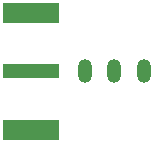
<source format=gts>
G04*
G04 #@! TF.GenerationSoftware,Altium Limited,Altium Designer,24.4.1 (13)*
G04*
G04 Layer_Color=8388736*
%FSLAX44Y44*%
%MOMM*%
G71*
G04*
G04 #@! TF.SameCoordinates,44DCB5E1-04CF-47D5-A710-08A0CD88592B*
G04*
G04*
G04 #@! TF.FilePolarity,Negative*
G04*
G01*
G75*
%ADD13R,4.7032X1.7032*%
%ADD14R,4.7032X1.2032*%
%ADD15O,1.2032X2.0032*%
D13*
X160000Y10750D02*
D03*
Y109250D02*
D03*
D14*
Y60000D02*
D03*
D15*
X255000D02*
D03*
X230000D02*
D03*
X205000D02*
D03*
M02*

</source>
